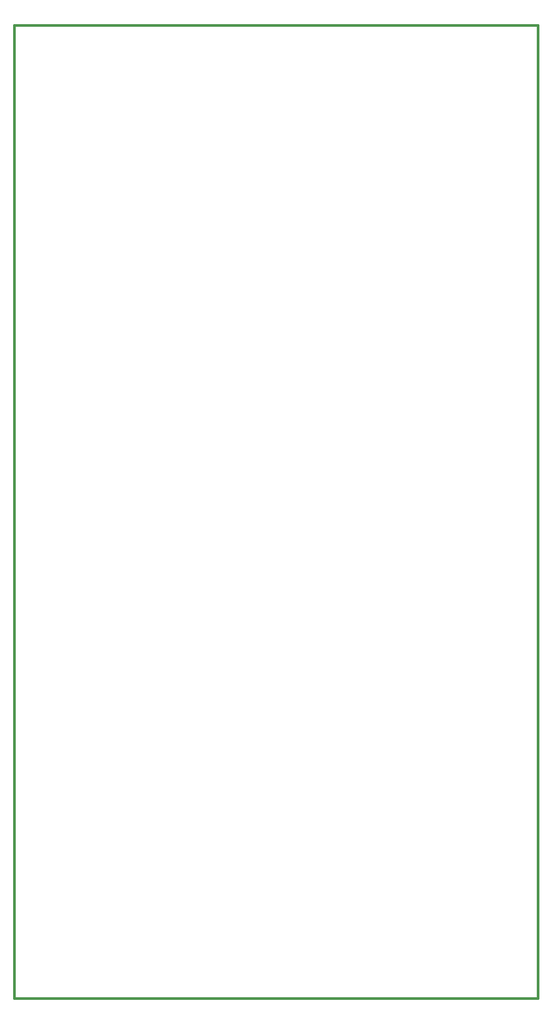
<source format=gbr>
G04 (created by PCBNEW-RS274X (2012-01-19 BZR 3256)-stable) date 4/18/2012 11:58:31 PM*
G01*
G70*
G90*
%MOIN*%
G04 Gerber Fmt 3.4, Leading zero omitted, Abs format*
%FSLAX34Y34*%
G04 APERTURE LIST*
%ADD10C,0.006000*%
%ADD11C,0.015000*%
G04 APERTURE END LIST*
G54D10*
G54D11*
X23350Y-11750D02*
X23350Y-73550D01*
X56600Y-11750D02*
X23350Y-11750D01*
X56600Y-73550D02*
X56600Y-11750D01*
X23400Y-73550D02*
X56600Y-73550D01*
M02*

</source>
